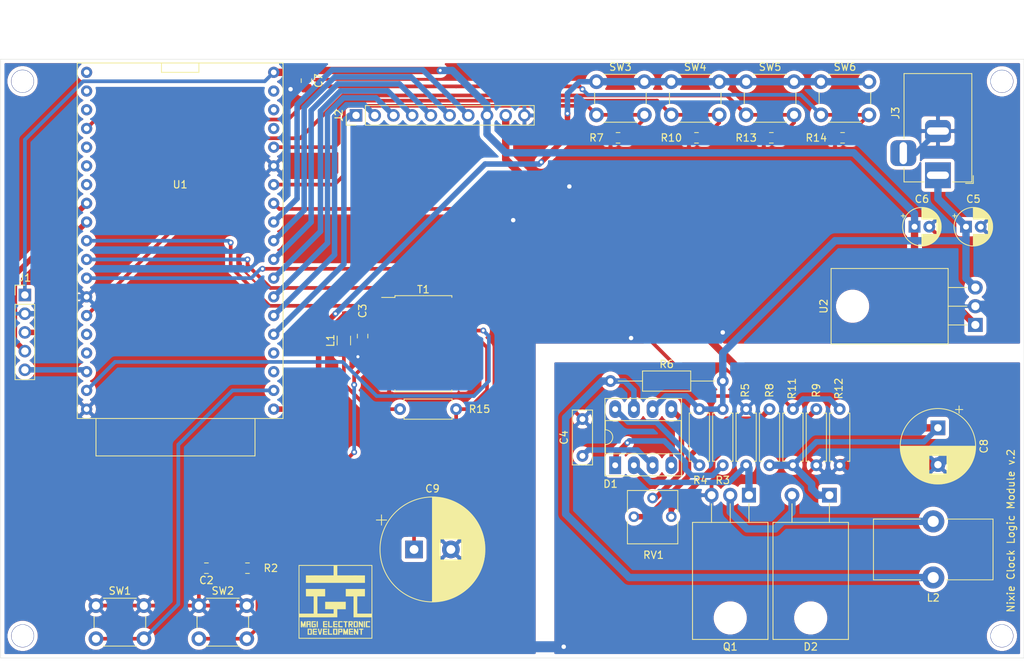
<source format=kicad_pcb>
(kicad_pcb (version 20171130) (host pcbnew "(5.1.6)-1")
  (layers (0 F.Cu signal) (31 B.Cu signal) (34 B.Paste user) (35 F.Paste user) (36 B.SilkS user) (37 F.SilkS user) (38 B.Mask user) (39 F.Mask user) (44 Edge.Cuts user))
  (net 0 "")
  (net 1 /EN)
  (net 2 GND)
  (net 3 /RTC_~RST)
  (net 4 "Net-(C3-Pad1)")
  (net 5 "Net-(C4-Pad1)")
  (net 6 +12V)
  (net 7 +5V)
  (net 8 HT)
  (net 9 "Net-(C9-Pad1)")
  (net 10 "Net-(D1-Pad1)")
  (net 11 "Net-(D1-Pad5)")
  (net 12 "Net-(D1-Pad2)")
  (net 13 "Net-(D1-Pad7)")
  (net 14 "Net-(D1-Pad8)")
  (net 15 "Net-(D2-Pad2)")
  (net 16 /TX)
  (net 17 /RX)
  (net 18 /1PPS)
  (net 19 /DRCLK)
  (net 20 /DCLK)
  (net 21 /DSER)
  (net 22 /SER)
  (net 23 /SRCLK)
  (net 24 /SRCLR)
  (net 25 /RCLK)
  (net 26 +3V3)
  (net 27 /SW_ACCEPT)
  (net 28 "Net-(R8-Pad1)")
  (net 29 "Net-(R9-Pad2)")
  (net 30 /SW_BACK)
  (net 31 /DCDC_Vol)
  (net 32 /SW_P)
  (net 33 /SW_N)
  (net 34 /SS)
  (net 35 "Net-(T1-Pad3)")
  (net 36 /~INT)
  (net 37 /MOSI)
  (net 38 /SCLK)
  (net 39 /MISO)
  (net 40 "Net-(U1-Pad3)")
  (net 41 "Net-(U1-Pad4)")
  (net 42 "Net-(U1-Pad16)")
  (net 43 "Net-(U1-Pad17)")
  (net 44 "Net-(U1-Pad18)")
  (net 45 "Net-(U1-Pad20)")
  (net 46 "Net-(U1-Pad21)")
  (net 47 "Net-(U1-Pad22)")
  (net 48 "Net-(U1-Pad24)")
  (net 49 "Net-(U1-Pad25)")
  (net 50 "Net-(U1-Pad26)")
  (net 51 "Net-(U1-Pad34)")
  (net 52 "Net-(U1-Pad35)")
  (module logo:Logo (layer F.Cu) (at 127.762 129.032)
    (fp_text reference G*** hide)
    (fp_text value LOGO hide)
  )
  (module Package_TO_SOT_THT:TO-220-3_Horizontal_TabDown (layer F.Cu) (at 183.896 114.554 180)
    (fp_text reference Q1 (at 2.54 -20.58) (layer F.SilkS))
    (fp_text value 2sk3234)
    (pad 3 thru_hole oval (at 5.08 0 180) (size 1.905 2) (drill 1.1) (layers *.Cu *.Mask) (net 2 GND))
    (pad 2 thru_hole oval (at 2.54 0 180) (size 1.905 2) (drill 1.1) (layers *.Cu *.Mask) (net 15 "Net-(D2-Pad2)"))
    (pad 1 thru_hole rect (at 0 0 180) (size 1.905 2) (drill 1.1) (layers *.Cu *.Mask) (net 12 "Net-(D1-Pad2)"))
    (pad "" np_thru_hole oval (at 2.54 -16.66 180) (size 3.5 3.5) (drill 3.5) (layers *.Cu *.Mask))
  )
  (module Package_TO_SOT_THT:TO-220-2_Horizontal_TabDown (layer F.Cu) (at 194.818 114.554 180)
    (fp_text reference D2 (at 2.54 -20.58) (layer F.SilkS))
    (fp_text value SCS206AGC)
    (pad 2 thru_hole oval (at 5.08 0 180) (size 2 2) (drill 1.1) (layers *.Cu *.Mask) (net 15 "Net-(D2-Pad2)"))
    (pad 1 thru_hole rect (at 0 0 180) (size 2 2) (drill 1.1) (layers *.Cu *.Mask) (net 8 HT))
    (pad "" np_thru_hole oval (at 2.54 -16.66 180) (size 3.5 3.5) (drill 3.5) (layers *.Cu *.Mask))
  )
  (module Capacitor_SMD:C_0805_2012Metric_Pad1.15x1.40mm_HandSolder (layer F.Cu) (at 110.245 124.46 180)
    (fp_text reference C2 (at 0 -1.65) (layer F.SilkS))
    (fp_text value 0.1uF)
    (pad 2 smd roundrect (at 1.025 0 180) (size 1.15 1.4) (layers F.Cu F.Paste F.Mask) (roundrect_rratio 0.217391) (net 2 GND))
    (pad 1 smd roundrect (at -1.025 0 180) (size 1.15 1.4) (layers F.Cu F.Paste F.Mask) (roundrect_rratio 0.217391) (net 3 /RTC_~RST))
  )
  (module Capacitor_SMD:C_0805_2012Metric_Pad1.15x1.40mm_HandSolder (layer F.Cu) (at 131.445 92.955 270)
    (fp_text reference C3 (at -3.42 0 90) (layer F.SilkS))
    (fp_text value 0.1uF)
    (pad 1 smd roundrect (at -1.025 0 270) (size 1.15 1.4) (layers F.Cu F.Paste F.Mask) (roundrect_rratio 0.217391) (net 4 "Net-(C3-Pad1)"))
    (pad 2 smd roundrect (at 1.025 0 270) (size 1.15 1.4) (layers F.Cu F.Paste F.Mask) (roundrect_rratio 0.217391) (net 2 GND))
  )
  (module Capacitor_THT:C_Rect_L7.2mm_W2.5mm_P5.00mm_FKS2_FKP2_MKS2_MKP2 (layer F.Cu) (at 161.29 109.22 90)
    (fp_text reference C4 (at 2.5 -2.5 90) (layer F.SilkS))
    (fp_text value 100p)
    (pad 1 thru_hole circle (at 0 0 90) (size 1.6 1.6) (drill 0.8) (layers *.Cu *.Mask) (net 5 "Net-(C4-Pad1)"))
    (pad 2 thru_hole circle (at 5 0 90) (size 1.6 1.6) (drill 0.8) (layers *.Cu *.Mask) (net 2 GND))
  )
  (module Capacitor_THT:CP_Radial_D5.0mm_P2.00mm (layer F.Cu) (at 213.36 78.105)
    (fp_text reference C5 (at 1 -3.75) (layer F.SilkS))
    (fp_text value 47uF)
    (pad 2 thru_hole circle (at 2 0) (size 1.6 1.6) (drill 0.8) (layers *.Cu *.Mask) (net 2 GND))
    (pad 1 thru_hole rect (at 0 0) (size 1.6 1.6) (drill 0.8) (layers *.Cu *.Mask) (net 6 +12V))
  )
  (module Capacitor_THT:CP_Radial_D5.0mm_P2.00mm (layer F.Cu) (at 206.375 78.105)
    (fp_text reference C6 (at 1 -3.75) (layer F.SilkS))
    (fp_text value 47uF)
    (pad 1 thru_hole rect (at 0 0) (size 1.6 1.6) (drill 0.8) (layers *.Cu *.Mask) (net 7 +5V))
    (pad 2 thru_hole circle (at 2 0) (size 1.6 1.6) (drill 0.8) (layers *.Cu *.Mask) (net 2 GND))
  )
  (module Capacitor_SMD:C_0805_2012Metric_Pad1.15x1.40mm_HandSolder (layer F.Cu) (at 123.825 58.2766 270)
    (fp_text reference C7 (at 0 -1.65 90) (layer F.SilkS))
    (fp_text value 0.1uF)
    (pad 2 smd roundrect (at 1.025 0 270) (size 1.15 1.4) (layers F.Cu F.Paste F.Mask) (roundrect_rratio 0.217391) (net 2 GND))
    (pad 1 smd roundrect (at -1.025 0 270) (size 1.15 1.4) (layers F.Cu F.Paste F.Mask) (roundrect_rratio 0.217391) (net 7 +5V))
  )
  (module Capacitor_THT:CP_Radial_D10.0mm_P5.00mm (layer F.Cu) (at 209.55 105.41 270)
    (fp_text reference C8 (at 2.5 -6.25 90) (layer F.SilkS))
    (fp_text value 4.7uF/250-350V)
    (pad 1 thru_hole rect (at 0 0 270) (size 2 2) (drill 1) (layers *.Cu *.Mask) (net 8 HT))
    (pad 2 thru_hole circle (at 5 0 270) (size 2 2) (drill 1) (layers *.Cu *.Mask) (net 2 GND))
  )
  (module Capacitor_THT:CP_Radial_D14.0mm_P5.00mm (layer F.Cu) (at 138.43 121.92)
    (fp_text reference C9 (at 2.5 -8.25) (layer F.SilkS))
    (fp_text value CP)
    (pad 1 thru_hole rect (at 0 0) (size 2.4 2.4) (drill 1.2) (layers *.Cu *.Mask) (net 9 "Net-(C9-Pad1)"))
    (pad 2 thru_hole circle (at 5 0) (size 2.4 2.4) (drill 1.2) (layers *.Cu *.Mask) (net 2 GND))
  )
  (module Package_DIP:DIP-8_W7.62mm_Socket_LongPads (layer F.Cu) (at 165.735 110.49 90)
    (fp_text reference D1 (at -2.54 -0.635 180) (layer F.SilkS))
    (fp_text value NJM2360A_2)
    (pad 1 thru_hole rect (at 0 0 90) (size 2.4 1.6) (drill 0.8) (layers *.Cu *.Mask) (net 10 "Net-(D1-Pad1)"))
    (pad 5 thru_hole oval (at 7.62 7.62 90) (size 2.4 1.6) (drill 0.8) (layers *.Cu *.Mask) (net 11 "Net-(D1-Pad5)"))
    (pad 2 thru_hole oval (at 0 2.54 90) (size 2.4 1.6) (drill 0.8) (layers *.Cu *.Mask) (net 12 "Net-(D1-Pad2)"))
    (pad 6 thru_hole oval (at 7.62 5.08 90) (size 2.4 1.6) (drill 0.8) (layers *.Cu *.Mask) (net 6 +12V))
    (pad 3 thru_hole oval (at 0 5.08 90) (size 2.4 1.6) (drill 0.8) (layers *.Cu *.Mask) (net 5 "Net-(C4-Pad1)"))
    (pad 7 thru_hole oval (at 7.62 2.54 90) (size 2.4 1.6) (drill 0.8) (layers *.Cu *.Mask) (net 13 "Net-(D1-Pad7)"))
    (pad 4 thru_hole oval (at 0 7.62 90) (size 2.4 1.6) (drill 0.8) (layers *.Cu *.Mask) (net 2 GND))
    (pad 8 thru_hole oval (at 7.62 0 90) (size 2.4 1.6) (drill 0.8) (layers *.Cu *.Mask) (net 14 "Net-(D1-Pad8)"))
  )
  (module Connector_PinHeader_2.54mm:PinHeader_1x05_P2.54mm_Vertical (layer F.Cu) (at 85.598 87.376)
    (fp_text reference J1 (at 0 -2.33) (layer F.SilkS))
    (fp_text value GPS)
    (pad 1 thru_hole rect (at 0 0) (size 1.7 1.7) (drill 1) (layers *.Cu *.Mask) (net 7 +5V))
    (pad 2 thru_hole oval (at 0 2.54) (size 1.7 1.7) (drill 1) (layers *.Cu *.Mask) (net 2 GND))
    (pad 3 thru_hole oval (at 0 5.08) (size 1.7 1.7) (drill 1) (layers *.Cu *.Mask) (net 16 /TX))
    (pad 4 thru_hole oval (at 0 7.62) (size 1.7 1.7) (drill 1) (layers *.Cu *.Mask) (net 17 /RX))
    (pad 5 thru_hole oval (at 0 10.16) (size 1.7 1.7) (drill 1) (layers *.Cu *.Mask) (net 18 /1PPS))
  )
  (module Connector_PinHeader_2.54mm:PinHeader_1x10_P2.54mm_Vertical (layer F.Cu) (at 130.556 62.992 90)
    (fp_text reference J2 (at 0 -2.33 90) (layer F.SilkS))
    (fp_text value Conn_01x10_Female)
    (pad 1 thru_hole rect (at 0 0 90) (size 1.7 1.7) (drill 1) (layers *.Cu *.Mask) (net 19 /DRCLK))
    (pad 2 thru_hole oval (at 0 2.54 90) (size 1.7 1.7) (drill 1) (layers *.Cu *.Mask) (net 20 /DCLK))
    (pad 3 thru_hole oval (at 0 5.08 90) (size 1.7 1.7) (drill 1) (layers *.Cu *.Mask) (net 21 /DSER))
    (pad 4 thru_hole oval (at 0 7.62 90) (size 1.7 1.7) (drill 1) (layers *.Cu *.Mask) (net 22 /SER))
    (pad 5 thru_hole oval (at 0 10.16 90) (size 1.7 1.7) (drill 1) (layers *.Cu *.Mask) (net 23 /SRCLK))
    (pad 6 thru_hole oval (at 0 12.7 90) (size 1.7 1.7) (drill 1) (layers *.Cu *.Mask) (net 24 /SRCLR))
    (pad 7 thru_hole oval (at 0 15.24 90) (size 1.7 1.7) (drill 1) (layers *.Cu *.Mask) (net 25 /RCLK))
    (pad 8 thru_hole oval (at 0 17.78 90) (size 1.7 1.7) (drill 1) (layers *.Cu *.Mask) (net 7 +5V))
    (pad 9 thru_hole oval (at 0 20.32 90) (size 1.7 1.7) (drill 1) (layers *.Cu *.Mask) (net 8 HT))
    (pad 10 thru_hole oval (at 0 22.86 90) (size 1.7 1.7) (drill 1) (layers *.Cu *.Mask) (net 2 GND))
  )
  (module Connector_BarrelJack:BarrelJack_Horizontal (layer F.Cu) (at 209.55 71.12 270)
    (fp_text reference J3 (at -8.45 5.75 90) (layer F.SilkS))
    (fp_text value Barrel_Jack)
    (pad 1 thru_hole rect (at 0 0 270) (size 3.5 3.5) (drill oval 1 3) (layers *.Cu *.Mask) (net 6 +12V))
    (pad 2 thru_hole roundrect (at -6 0 270) (size 3 3.5) (drill oval 1 3) (layers *.Cu *.Mask) (net 2 GND))
    (pad 3 thru_hole roundrect (at -3 4.7 270) (size 3.5 3.5) (drill oval 3 1) (layers *.Cu *.Mask))
  )
  (module Inductor_SMD:L_1206_3216Metric_Pad1.42x1.75mm_HandSolder (layer F.Cu) (at 128.905 93.5625 90)
    (fp_text reference L1 (at 0 -1.82 90) (layer F.SilkS))
    (fp_text value 10u)
    (pad 1 smd roundrect (at -1.4875 0 90) (size 1.425 1.75) (layers F.Cu F.Paste F.Mask) (roundrect_rratio 0.175439) (net 26 +3V3))
    (pad 2 smd roundrect (at 1.4875 0 90) (size 1.425 1.75) (layers F.Cu F.Paste F.Mask) (roundrect_rratio 0.175439) (net 4 "Net-(C3-Pad1)"))
  )
  (module Inductor_THT:L_Toroid_Vertical_L16.0mm_W8.0mm_P7.62mm (layer F.Cu) (at 208.915 125.73 180)
    (fp_text reference L2 (at 0 -2.75) (layer F.SilkS))
    (fp_text value 220uH/2A)
    (pad 1 thru_hole circle (at 0 0 180) (size 3 3) (drill 1.5) (layers *.Cu *.Mask) (net 13 "Net-(D1-Pad7)"))
    (pad 2 thru_hole circle (at 0 7.62 180) (size 3 3) (drill 1.5) (layers *.Cu *.Mask) (net 15 "Net-(D2-Pad2)"))
  )
  (module Resistor_SMD:R_0805_2012Metric_Pad1.15x1.40mm_HandSolder (layer F.Cu) (at 115.815 124.46)
    (fp_text reference R2 (at 3.175 0) (layer F.SilkS))
    (fp_text value 10k)
    (pad 2 smd roundrect (at 1.025 0) (size 1.15 1.4) (layers F.Cu F.Paste F.Mask) (roundrect_rratio 0.217391) (net 26 +3V3))
    (pad 1 smd roundrect (at -1.025 0) (size 1.15 1.4) (layers F.Cu F.Paste F.Mask) (roundrect_rratio 0.217391) (net 3 /RTC_~RST))
  )
  (module Resistor_THT:R_Axial_DIN0207_L6.3mm_D2.5mm_P7.62mm_Horizontal (layer F.Cu) (at 180.34 110.49 90)
    (fp_text reference R3 (at -2.032 0 180) (layer F.SilkS))
    (fp_text value 100)
    (pad 2 thru_hole oval (at 7.62 0 90) (size 1.6 1.6) (drill 0.8) (layers *.Cu *.Mask) (net 6 +12V))
    (pad 1 thru_hole circle (at 0 0 90) (size 1.6 1.6) (drill 0.8) (layers *.Cu *.Mask) (net 10 "Net-(D1-Pad1)"))
  )
  (module Resistor_THT:R_Axial_DIN0207_L6.3mm_D2.5mm_P7.62mm_Horizontal (layer F.Cu) (at 177.165 110.49 90)
    (fp_text reference R4 (at -2.032 0.127 180) (layer F.SilkS))
    (fp_text value 680)
    (pad 2 thru_hole oval (at 7.62 0 90) (size 1.6 1.6) (drill 0.8) (layers *.Cu *.Mask) (net 6 +12V))
    (pad 1 thru_hole circle (at 0 0 90) (size 1.6 1.6) (drill 0.8) (layers *.Cu *.Mask) (net 14 "Net-(D1-Pad8)"))
  )
  (module Resistor_THT:R_Axial_DIN0207_L6.3mm_D2.5mm_P7.62mm_Horizontal (layer F.Cu) (at 183.515 102.87 270)
    (fp_text reference R5 (at -2.54 0.127 90) (layer F.SilkS))
    (fp_text value 220)
    (pad 2 thru_hole oval (at 7.62 0 270) (size 1.6 1.6) (drill 0.8) (layers *.Cu *.Mask) (net 12 "Net-(D1-Pad2)"))
    (pad 1 thru_hole circle (at 0 0 270) (size 1.6 1.6) (drill 0.8) (layers *.Cu *.Mask) (net 2 GND))
  )
  (module Resistor_THT:R_Axial_DIN0207_L6.3mm_D2.5mm_P15.24mm_Horizontal (layer F.Cu) (at 180.34 99.06 180)
    (fp_text reference R6 (at 7.62 2.286) (layer F.SilkS))
    (fp_text value 0.1)
    (pad 1 thru_hole circle (at 0 0 180) (size 1.6 1.6) (drill 0.8) (layers *.Cu *.Mask) (net 6 +12V))
    (pad 2 thru_hole oval (at 15.24 0 180) (size 1.6 1.6) (drill 0.8) (layers *.Cu *.Mask) (net 13 "Net-(D1-Pad7)"))
  )
  (module Resistor_SMD:R_0805_2012Metric_Pad1.15x1.40mm_HandSolder (layer F.Cu) (at 166.125 66.04)
    (fp_text reference R7 (at -2.93 0) (layer F.SilkS))
    (fp_text value 10k)
    (pad 2 smd roundrect (at 1.025 0) (size 1.15 1.4) (layers F.Cu F.Paste F.Mask) (roundrect_rratio 0.217391) (net 27 /SW_ACCEPT))
    (pad 1 smd roundrect (at -1.025 0) (size 1.15 1.4) (layers F.Cu F.Paste F.Mask) (roundrect_rratio 0.217391) (net 2 GND))
  )
  (module Resistor_THT:R_Axial_DIN0207_L6.3mm_D2.5mm_P7.62mm_Horizontal (layer F.Cu) (at 186.69 102.87 270)
    (fp_text reference R8 (at -2.54 0 90) (layer F.SilkS))
    (fp_text value 470k)
    (pad 1 thru_hole circle (at 0 0 270) (size 1.6 1.6) (drill 0.8) (layers *.Cu *.Mask) (net 28 "Net-(R8-Pad1)"))
    (pad 2 thru_hole oval (at 7.62 0 270) (size 1.6 1.6) (drill 0.8) (layers *.Cu *.Mask) (net 8 HT))
  )
  (module Resistor_THT:R_Axial_DIN0207_L6.3mm_D2.5mm_P7.62mm_Horizontal (layer F.Cu) (at 193.04 110.49 90)
    (fp_text reference R9 (at 10.16 0 90) (layer F.SilkS))
    (fp_text value 2.2k)
    (pad 1 thru_hole circle (at 0 0 90) (size 1.6 1.6) (drill 0.8) (layers *.Cu *.Mask) (net 2 GND))
    (pad 2 thru_hole oval (at 7.62 0 90) (size 1.6 1.6) (drill 0.8) (layers *.Cu *.Mask) (net 29 "Net-(R9-Pad2)"))
  )
  (module Resistor_SMD:R_0805_2012Metric_Pad1.15x1.40mm_HandSolder (layer F.Cu) (at 176.775 66.04)
    (fp_text reference R10 (at -3.42 0) (layer F.SilkS))
    (fp_text value 10k)
    (pad 1 smd roundrect (at -1.025 0) (size 1.15 1.4) (layers F.Cu F.Paste F.Mask) (roundrect_rratio 0.217391) (net 2 GND))
    (pad 2 smd roundrect (at 1.025 0) (size 1.15 1.4) (layers F.Cu F.Paste F.Mask) (roundrect_rratio 0.217391) (net 30 /SW_BACK))
  )
  (module Resistor_THT:R_Axial_DIN0207_L6.3mm_D2.5mm_P7.62mm_Horizontal (layer F.Cu) (at 189.865 102.87 270)
    (fp_text reference R11 (at -2.794 0.127 90) (layer F.SilkS))
    (fp_text value 470k)
    (pad 1 thru_hole circle (at 0 0 270) (size 1.6 1.6) (drill 0.8) (layers *.Cu *.Mask) (net 31 /DCDC_Vol))
    (pad 2 thru_hole oval (at 7.62 0 270) (size 1.6 1.6) (drill 0.8) (layers *.Cu *.Mask) (net 8 HT))
  )
  (module Resistor_THT:R_Axial_DIN0207_L6.3mm_D2.5mm_P7.62mm_Horizontal (layer F.Cu) (at 196.215 110.49 90)
    (fp_text reference R12 (at 10.414 -0.127 90) (layer F.SilkS))
    (fp_text value 7k)
    (pad 1 thru_hole circle (at 0 0 90) (size 1.6 1.6) (drill 0.8) (layers *.Cu *.Mask) (net 2 GND))
    (pad 2 thru_hole oval (at 7.62 0 90) (size 1.6 1.6) (drill 0.8) (layers *.Cu *.Mask) (net 31 /DCDC_Vol))
  )
  (module Resistor_SMD:R_0805_2012Metric_Pad1.15x1.40mm_HandSolder (layer F.Cu) (at 186.935 66.04)
    (fp_text reference R13 (at -3.42 0) (layer F.SilkS))
    (fp_text value 10k)
    (pad 2 smd roundrect (at 1.025 0) (size 1.15 1.4) (layers F.Cu F.Paste F.Mask) (roundrect_rratio 0.217391) (net 32 /SW_P))
    (pad 1 smd roundrect (at -1.025 0) (size 1.15 1.4) (layers F.Cu F.Paste F.Mask) (roundrect_rratio 0.217391) (net 2 GND))
  )
  (module Resistor_SMD:R_0805_2012Metric_Pad1.15x1.40mm_HandSolder (layer F.Cu) (at 196.605 66.04)
    (fp_text reference R14 (at -3.565 0) (layer F.SilkS))
    (fp_text value 10k)
    (pad 1 smd roundrect (at -1.025 0) (size 1.15 1.4) (layers F.Cu F.Paste F.Mask) (roundrect_rratio 0.217391) (net 2 GND))
    (pad 2 smd roundrect (at 1.025 0) (size 1.15 1.4) (layers F.Cu F.Paste F.Mask) (roundrect_rratio 0.217391) (net 33 /SW_N))
  )
  (module Resistor_THT:R_Axial_DIN0207_L6.3mm_D2.5mm_P7.62mm_Horizontal (layer F.Cu) (at 136.525 102.87)
    (fp_text reference R15 (at 10.795 0) (layer F.SilkS))
    (fp_text value 33)
    (pad 2 thru_hole oval (at 7.62 0) (size 1.6 1.6) (drill 0.8) (layers *.Cu *.Mask) (net 9 "Net-(C9-Pad1)"))
    (pad 1 thru_hole circle (at 0 0) (size 1.6 1.6) (drill 0.8) (layers *.Cu *.Mask) (net 26 +3V3))
  )
  (module Potentiometer_THT:Potentiometer_Vishay_T73YP_Vertical (layer F.Cu) (at 173.355 117.475 90)
    (fp_text reference RV1 (at -5.207 -2.413 180) (layer F.SilkS))
    (fp_text value 5k)
    (pad 3 thru_hole circle (at 0 -5.08 90) (size 1.44 1.44) (drill 0.8) (layers *.Cu *.Mask) (net 28 "Net-(R8-Pad1)"))
    (pad 2 thru_hole circle (at 2.54 -2.54 90) (size 1.44 1.44) (drill 0.8) (layers *.Cu *.Mask) (net 11 "Net-(D1-Pad5)"))
    (pad 1 thru_hole circle (at 0 0 90) (size 1.44 1.44) (drill 0.8) (layers *.Cu *.Mask) (net 29 "Net-(R9-Pad2)"))
  )
  (module Button_Switch_THT:SW_PUSH_6mm (layer F.Cu) (at 95.25 129.54)
    (fp_text reference SW1 (at 3.25 -2) (layer F.SilkS))
    (fp_text value SW_Push)
    (pad 1 thru_hole circle (at 6.5 0 90) (size 2 2) (drill 1.1) (layers *.Cu *.Mask) (net 2 GND))
    (pad 2 thru_hole circle (at 6.5 4.5 90) (size 2 2) (drill 1.1) (layers *.Cu *.Mask) (net 1 /EN))
    (pad 1 thru_hole circle (at 0 0 90) (size 2 2) (drill 1.1) (layers *.Cu *.Mask) (net 2 GND))
    (pad 2 thru_hole circle (at 0 4.5 90) (size 2 2) (drill 1.1) (layers *.Cu *.Mask) (net 1 /EN))
  )
  (module Button_Switch_THT:SW_PUSH_6mm (layer F.Cu) (at 109.22 129.54)
    (fp_text reference SW2 (at 3.25 -2) (layer F.SilkS))
    (fp_text value SW_Push)
    (pad 2 thru_hole circle (at 0 4.5 90) (size 2 2) (drill 1.1) (layers *.Cu *.Mask) (net 3 /RTC_~RST))
    (pad 1 thru_hole circle (at 0 0 90) (size 2 2) (drill 1.1) (layers *.Cu *.Mask) (net 2 GND))
    (pad 2 thru_hole circle (at 6.5 4.5 90) (size 2 2) (drill 1.1) (layers *.Cu *.Mask) (net 3 /RTC_~RST))
    (pad 1 thru_hole circle (at 6.5 0 90) (size 2 2) (drill 1.1) (layers *.Cu *.Mask) (net 2 GND))
  )
  (module Button_Switch_THT:SW_PUSH_6mm (layer F.Cu) (at 163.195 58.42)
    (fp_text reference SW3 (at 3.25 -2) (layer F.SilkS))
    (fp_text value SW)
    (pad 1 thru_hole circle (at 6.5 0 90) (size 2 2) (drill 1.1) (layers *.Cu *.Mask) (net 26 +3V3))
    (pad 2 thru_hole circle (at 6.5 4.5 90) (size 2 2) (drill 1.1) (layers *.Cu *.Mask) (net 27 /SW_ACCEPT))
    (pad 1 thru_hole circle (at 0 0 90) (size 2 2) (drill 1.1) (layers *.Cu *.Mask) (net 26 +3V3))
    (pad 2 thru_hole circle (at 0 4.5 90) (size 2 2) (drill 1.1) (layers *.Cu *.Mask) (net 27 /SW_ACCEPT))
  )
  (module Button_Switch_THT:SW_PUSH_6mm (layer F.Cu) (at 173.355 58.42)
    (fp_text reference SW4 (at 3.25 -2) (layer F.SilkS))
    (fp_text value SW)
    (pad 2 thru_hole circle (at 0 4.5 90) (size 2 2) (drill 1.1) (layers *.Cu *.Mask) (net 30 /SW_BACK))
    (pad 1 thru_hole circle (at 0 0 90) (size 2 2) (drill 1.1) (layers *.Cu *.Mask) (net 26 +3V3))
    (pad 2 thru_hole circle (at 6.5 4.5 90) (size 2 2) (drill 1.1) (layers *.Cu *.Mask) (net 30 /SW_BACK))
    (pad 1 thru_hole circle (at 6.5 0 90) (size 2 2) (drill 1.1) (layers *.Cu *.Mask) (net 26 +3V3))
  )
  (module Button_Switch_THT:SW_PUSH_6mm (layer F.Cu) (at 183.515 58.42)
    (fp_text reference SW5 (at 3.25 -2) (layer F.SilkS))
    (fp_text value SW)
    (pad 1 thru_hole circle (at 6.5 0 90) (size 2 2) (drill 1.1) (layers *.Cu *.Mask) (net 26 +3V3))
    (pad 2 thru_hole circle (at 6.5 4.5 90) (size 2 2) (drill 1.1) (layers *.Cu *.Mask) (net 32 /SW_P))
    (pad 1 thru_hole circle (at 0 0 90) (size 2 2) (drill 1.1) (layers *.Cu *.Mask) (net 26 +3V3))
    (pad 2 thru_hole circle (at 0 4.5 90) (size 2 2) (drill 1.1) (layers *.Cu *.Mask) (net 32 /SW_P))
  )
  (module Button_Switch_THT:SW_PUSH_6mm (layer F.Cu) (at 193.675 58.42)
    (fp_text reference SW6 (at 3.25 -2) (layer F.SilkS))
    (fp_text value SW)
    (pad 2 thru_hole circle (at 0 4.5 90) (size 2 2) (drill 1.1) (layers *.Cu *.Mask) (net 33 /SW_N))
    (pad 1 thru_hole circle (at 0 0 90) (size 2 2) (drill 1.1) (layers *.Cu *.Mask) (net 26 +3V3))
    (pad 2 thru_hole circle (at 6.5 4.5 90) (size 2 2) (drill 1.1) (layers *.Cu *.Mask) (net 33 /SW_N))
    (pad 1 thru_hole circle (at 6.5 0 90) (size 2 2) (drill 1.1) (layers *.Cu *.Mask) (net 26 +3V3))
  )
  (module Package_SO:SOIC-20W_7.5x12.8mm_P1.27mm (layer F.Cu) (at 139.7 93.98)
    (fp_text reference T1 (at 0 -7.35) (layer F.SilkS))
    (fp_text value DS3234S)
    (pad 1 smd roundrect (at -4.65 -5.715) (size 2.05 0.6) (layers F.Cu F.Paste F.Mask) (net 34 /SS))
    (pad 2 smd roundrect (at -4.65 -4.445) (size 2.05 0.6) (layers F.Cu F.Paste F.Mask) (net 2 GND))
    (pad 3 smd roundrect (at -4.65 -3.175) (size 2.05 0.6) (layers F.Cu F.Paste F.Mask) (net 35 "Net-(T1-Pad3)"))
    (pad 4 smd roundrect (at -4.65 -1.905) (size 2.05 0.6) (layers F.Cu F.Paste F.Mask) (net 4 "Net-(C3-Pad1)"))
    (pad 5 smd roundrect (at -4.65 -0.635) (size 2.05 0.6) (layers F.Cu F.Paste F.Mask) (net 36 /~INT))
    (pad 6 smd roundrect (at -4.65 0.635) (size 2.05 0.6) (layers F.Cu F.Paste F.Mask) (net 3 /RTC_~RST))
    (pad 7 smd roundrect (at -4.65 1.905) (size 2.05 0.6) (layers F.Cu F.Paste F.Mask) (net 2 GND))
    (pad 8 smd roundrect (at -4.65 3.175) (size 2.05 0.6) (layers F.Cu F.Paste F.Mask) (net 2 GND))
    (pad 9 smd roundrect (at -4.65 4.445) (size 2.05 0.6) (layers F.Cu F.Paste F.Mask) (net 2 GND))
    (pad 10 smd roundrect (at -4.65 5.715) (size 2.05 0.6) (layers F.Cu F.Paste F.Mask) (net 2 GND))
    (pad 11 smd roundrect (at 4.65 5.715) (size 2.05 0.6) (layers F.Cu F.Paste F.Mask) (net 2 GND))
    (pad 12 smd roundrect (at 4.65 4.445) (size 2.05 0.6) (layers F.Cu F.Paste F.Mask) (net 2 GND))
    (pad 13 smd roundrect (at 4.65 3.175) (size 2.05 0.6) (layers F.Cu F.Paste F.Mask) (net 2 GND))
    (pad 14 smd roundrect (at 4.65 1.905) (size 2.05 0.6) (layers F.Cu F.Paste F.Mask) (net 2 GND))
    (pad 15 smd roundrect (at 4.65 0.635) (size 2.05 0.6) (layers F.Cu F.Paste F.Mask) (net 2 GND))
    (pad 16 smd roundrect (at 4.65 -0.635) (size 2.05 0.6) (layers F.Cu F.Paste F.Mask) (net 9 "Net-(C9-Pad1)"))
    (pad 17 smd roundrect (at 4.65 -1.905) (size 2.05 0.6) (layers F.Cu F.Paste F.Mask) (net 37 /MOSI))
    (pad 18 smd roundrect (at 4.65 -3.175) (size 2.05 0.6) (layers F.Cu F.Paste F.Mask) (net 38 /SCLK))
    (pad 19 smd roundrect (at 4.65 -4.445) (size 2.05 0.6) (layers F.Cu F.Paste F.Mask) (net 39 /MISO))
    (pad 20 smd roundrect (at 4.65 -5.715) (size 2.05 0.6) (layers F.Cu F.Paste F.Mask) (net 38 /SCLK))
  )
  (module nixieLogicV2:espWroom32devKit-C (layer F.Cu) (at 106.68 90.17 180)
    (fp_text reference U1 (at 0 17.78) (layer F.SilkS))
    (fp_text value ESP32-DEVKITC-32D)
    (pad 1 thru_hole circle (at -12.7 -12.7 180) (size 1.524 1.524) (drill 0.762) (layers *.Cu *.Mask) (net 26 +3V3))
    (pad 2 thru_hole circle (at -12.7 -10.16 180) (size 1.524 1.524) (drill 0.762) (layers *.Cu *.Mask) (net 1 /EN))
    (pad 3 thru_hole circle (at -12.7 -7.62 180) (size 1.524 1.524) (drill 0.762) (layers *.Cu *.Mask) (net 40 "Net-(U1-Pad3)"))
    (pad 4 thru_hole circle (at -12.7 -5.08 180) (size 1.524 1.524) (drill 0.762) (layers *.Cu *.Mask) (net 41 "Net-(U1-Pad4)"))
    (pad 5 thru_hole circle (at -12.7 -2.54 180) (size 1.524 1.524) (drill 0.762) (layers *.Cu *.Mask) (net 19 /DRCLK))
    (pad 6 thru_hole circle (at -12.7 0 180) (size 1.524 1.524) (drill 0.762) (layers *.Cu *.Mask) (net 20 /DCLK))
    (pad 7 thru_hole circle (at -12.7 2.54 180) (size 1.524 1.524) (drill 0.762) (layers *.Cu *.Mask) (net 21 /DSER))
    (pad 8 thru_hole circle (at -12.7 5.08 180) (size 1.524 1.524) (drill 0.762) (layers *.Cu *.Mask) (net 22 /SER))
    (pad 9 thru_hole circle (at -12.7 7.62 180) (size 1.524 1.524) (drill 0.762) (layers *.Cu *.Mask) (net 23 /SRCLK))
    (pad 10 thru_hole circle (at -12.7 10.16 180) (size 1.524 1.524) (drill 0.762) (layers *.Cu *.Mask) (net 24 /SRCLR))
    (pad 11 thru_hole circle (at -12.7 12.7 180) (size 1.524 1.524) (drill 0.762) (layers *.Cu *.Mask) (net 25 /RCLK))
    (pad 12 thru_hole circle (at -12.7 15.24 180) (size 1.524 1.524) (drill 0.762) (layers *.Cu *.Mask) (net 31 /DCDC_Vol))
    (pad 13 thru_hole circle (at -12.7 17.78 180) (size 1.524 1.524) (drill 0.762) (layers *.Cu *.Mask) (net 27 /SW_ACCEPT))
    (pad 14 thru_hole circle (at -12.7 20.32 180) (size 1.524 1.524) (drill 0.762) (layers *.Cu *.Mask) (net 2 GND))
    (pad 15 thru_hole circle (at -12.7 22.86 180) (size 1.524 1.524) (drill 0.762) (layers *.Cu *.Mask) (net 30 /SW_BACK))
    (pad 16 thru_hole circle (at -12.7 25.4 180) (size 1.524 1.524) (drill 0.762) (layers *.Cu *.Mask) (net 42 "Net-(U1-Pad16)"))
    (pad 17 thru_hole circle (at -12.7 27.94 180) (size 1.524 1.524) (drill 0.762) (layers *.Cu *.Mask) (net 43 "Net-(U1-Pad17)"))
    (pad 18 thru_hole circle (at -12.7 30.48 180) (size 1.524 1.524) (drill 0.762) (layers *.Cu *.Mask) (net 44 "Net-(U1-Pad18)"))
    (pad 19 thru_hole circle (at -12.7 33.02 180) (size 1.524 1.524) (drill 0.762) (layers *.Cu *.Mask) (net 7 +5V))
    (pad 20 thru_hole circle (at 12.7 33.02 180) (size 1.524 1.524) (drill 0.762) (layers *.Cu *.Mask) (net 45 "Net-(U1-Pad20)"))
    (pad 21 thru_hole circle (at 12.7 30.48 180) (size 1.524 1.524) (drill 0.762) (layers *.Cu *.Mask) (net 46 "Net-(U1-Pad21)"))
    (pad 22 thru_hole circle (at 12.7 27.94 180) (size 1.524 1.524) (drill 0.762) (layers *.Cu *.Mask) (net 47 "Net-(U1-Pad22)"))
    (pad 23 thru_hole circle (at 12.7 25.4 180) (size 1.524 1.524) (drill 0.762) (layers *.Cu *.Mask) (net 33 /SW_N))
    (pad 24 thru_hole circle (at 12.7 22.86 180) (size 1.524 1.524) (drill 0.762) (layers *.Cu *.Mask) (net 48 "Net-(U1-Pad24)"))
    (pad 25 thru_hole circle (at 12.7 20.32 180) (size 1.524 1.524) (drill 0.762) (layers *.Cu *.Mask) (net 49 "Net-(U1-Pad25)"))
    (pad 26 thru_hole circle (at 12.7 17.78 180) (size 1.524 1.524) (drill 0.762) (layers *.Cu *.Mask) (net 50 "Net-(U1-Pad26)"))
    (pad 27 thru_hole circle (at 12.7 15.24 180) (size 1.524 1.524) (drill 0.762) (layers *.Cu *.Mask) (net 17 /RX))
    (pad 28 thru_hole circle (at 12.7 12.7 180) (size 1.524 1.524) (drill 0.762) (layers *.Cu *.Mask) (net 16 /TX))
    (pad 29 thru_hole circle (at 12.7 10.16 180) (size 1.524 1.524) (drill 0.762) (layers *.Cu *.Mask) (net 34 /SS))
    (pad 30 thru_hole circle (at 12.7 7.62 180) (size 1.524 1.524) (drill 0.762) (layers *.Cu *.Mask) (net 38 /SCLK))
    (pad 31 thru_hole circle (at 12.7 5.08 180) (size 1.524 1.524) (drill 0.762) (layers *.Cu *.Mask) (net 39 /MISO))
    (pad 32 thru_hole circle (at 12.7 2.54 180) (size 1.524 1.524) (drill 0.762) (layers *.Cu *.Mask) (net 2 GND))
    (pad 33 thru_hole circle (at 12.7 0 180) (size 1.524 1.524) (drill 0.762) (layers *.Cu *.Mask) (net 32 /SW_P))
    (pad 34 thru_hole circle (at 12.7 -2.54 180) (size 1.524 1.524) (drill 0.762) (layers *.Cu *.Mask) (net 51 "Net-(U1-Pad34)"))
    (pad 35 thru_hole circle (at 12.7 -5.08 180) (size 1.524 1.524) (drill 0.762) (layers *.Cu *.Mask) (net 52 "Net-(U1-Pad35)"))
    (pad 36 thru_hole circle (at 12.7 -7.62 180) (size 1.524 1.524) (drill 0.762) (layers *.Cu *.Mask) (net 18 /1PPS))
    (pad 37 thru_hole circle (at 12.7 -10.16 180) (size 1.524 1.524) (drill 0.762) (layers *.Cu *.Mask) (net 37 /MOSI))
    (pad 38 thru_hole circle (at 12.7 -12.7 180) (size 1.524 1.524) (drill 0.762) (layers *.Cu *.Mask) (net 2 GND))
  )
  (module Package_TO_SOT_THT:TO-220-3_Horizontal_TabDown (layer F.Cu) (at 214.63 91.44 90)
    (fp_text reference U2 (at 2.54 -20.58 90) (layer F.SilkS))
    (fp_text value L78L05_TO92)
    (pad "" np_thru_hole oval (at 2.54 -16.66 90) (size 3.5 3.5) (drill 3.5) (layers *.Cu *.Mask))
    (pad 1 thru_hole rect (at 0 0 90) (size 1.905 2) (drill 1.1) (layers *.Cu *.Mask) (net 7 +5V))
    (pad 2 thru_hole oval (at 2.54 0 90) (size 1.905 2) (drill 1.1) (layers *.Cu *.Mask) (net 2 GND))
    (pad 3 thru_hole oval (at 5.08 0 90) (size 1.905 2) (drill 1.1) (layers *.Cu *.Mask) (net 6 +12V))
  )
  (gr_text "Nixie Clock Logic Module v.2" (at 219.456 119.38 90) (layer F.SilkS) (effects (font (size 1 1))))
  (gr_line (start 221.234 136.652) (end 82.296 136.652) (layer Edge.Cuts) (width 0.05))
  (gr_line (start 221.234 136.652) (end 221.234 55.372) (layer Edge.Cuts) (width 0.05))
  (gr_line (start 82.296 55.372) (end 82.296 136.652) (layer Edge.Cuts) (width 0.05))
  (gr_line (start 82.296 55.372) (end 221.234 55.372) (layer Edge.Cuts) (width 0.05))
  (via (at 85.2805 58.3565) (size 3.1) (drill 3) (layers F.Cu B.Cu) (net 0))
  (via (at 85.2932 133.6548) (size 3.1) (drill 3) (layers F.Cu B.Cu) (net 0))
  (via (at 218.2368 133.6548) (size 3.1) (drill 3) (layers F.Cu B.Cu) (net 0))
  (via (at 218.2368 58.3692) (size 3.1) (drill 3) (layers F.Cu B.Cu) (net 0))
  (segment (start 153.924 135.128) (end 158.75 135.128) (width 1.5) (layer B.Cu) (net 2))
  (segment (start 158.75 135.128) (end 159.258 135.128) (width 1.5) (layer B.Cu) (net 2))
  (via (at 158.75 135.128) (size 1) (drill 0.6) (layers F.Cu B.Cu) (net 2))
  (segment (start 95.25 134.04) (end 101.75 134.04) (width 0.5) (layer F.Cu) (net 1))
  (segment (start 101.75 134.04) (end 106.426 129.364) (width 0.5) (layer B.Cu) (net 1))
  (segment (start 106.426 129.364) (end 106.426 107.696) (width 0.5) (layer B.Cu) (net 1))
  (segment (start 113.792 100.33) (end 119.38 100.33) (width 0.5) (layer B.Cu) (net 1))
  (segment (start 106.426 107.696) (end 113.792 100.33) (width 0.5) (layer B.Cu) (net 1))
  (segment (start 109.22 124.46) (end 109.22 129.54) (width 0.5) (layer F.Cu) (net 2))
  (segment (start 109.22 129.54) (end 115.72 129.54) (width 0.5) (layer F.Cu) (net 2))
  (segment (start 109.22 129.54) (end 101.75 129.54) (width 0.5) (layer F.Cu) (net 2))
  (segment (start 101.75 129.54) (end 95.25 129.54) (width 0.5) (layer F.Cu) (net 2))
  (segment (start 206.55 68.12) (end 209.55 65.12) (width 0.75) (layer B.Cu) (net 2))
  (segment (start 204.85 68.12) (end 206.55 68.12) (width 0.75) (layer B.Cu) (net 2))
  (segment (start 85.598 89.916) (end 87.376 89.916) (width 0.75) (layer B.Cu) (net 2))
  (segment (start 89.662 87.63) (end 93.98 87.63) (width 0.75) (layer B.Cu) (net 2))
  (segment (start 87.376 89.916) (end 89.662 87.63) (width 0.75) (layer B.Cu) (net 2))
  (segment (start 196.295 110.41) (end 196.215 110.49) (width 1.5) (layer F.Cu) (net 2))
  (segment (start 209.55 110.41) (end 196.295 110.41) (width 1.5) (layer F.Cu) (net 2))
  (segment (start 215.752502 88.9) (end 214.63 88.9) (width 1.5) (layer B.Cu) (net 2))
  (segment (start 216.58001 89.727508) (end 215.752502 88.9) (width 1.5) (layer B.Cu) (net 2))
  (segment (start 209.55 110.41) (end 216.58001 103.37999) (width 1.5) (layer B.Cu) (net 2))
  (via (at 130.81 95.758) (size 0.8) (drill 0.4) (layers F.Cu B.Cu) (net 2))
  (via (at 130.81 95.758) (size 0.8) (drill 0.4) (layers F.Cu B.Cu) (net 2))
  (segment (start 131.35249 93.88749) (end 131.445 93.98) (width 0.5) (layer F.Cu) (net 2))
  (segment (start 128.17749 93.88749) (end 131.35249 93.88749) (width 0.5) (layer F.Cu) (net 2))
  (segment (start 127.57999 93.28999) (end 128.17749 93.88749) (width 0.5) (layer F.Cu) (net 2))
  (segment (start 127.57999 91.322544) (end 127.57999 93.28999) (width 0.5) (layer F.Cu) (net 2))
  (segment (start 129.067534 89.835) (end 127.57999 91.322544) (width 0.5) (layer F.Cu) (net 2))
  (segment (start 134.75 89.835) (end 129.067534 89.835) (width 0.5) (layer F.Cu) (net 2))
  (segment (start 135.05 89.535) (end 134.75 89.835) (width 0.5) (layer F.Cu) (net 2))
  (via (at 121.666 59.436) (size 1) (drill 0.6) (layers F.Cu B.Cu) (net 2))
  (via (at 151.892 77.216) (size 1) (drill 0.6) (layers F.Cu B.Cu) (net 2))
  (via (at 167.894 93.218) (size 1) (drill 0.6) (layers F.Cu B.Cu) (net 2))
  (via (at 180.34 92.456) (size 1) (drill 0.6) (layers F.Cu B.Cu) (net 2))
  (via (at 159.512 72.644) (size 1) (drill 0.6) (layers F.Cu B.Cu) (net 2))
  (via (at 130.302 99.568) (size 0.8) (drill 0.4) (layers F.Cu B.Cu) (net 3))
  (segment (start 130.302 98.338) (end 130.302 99.568) (width 0.5) (layer F.Cu) (net 3))
  (segment (start 135.05 94.615) (end 134.025 94.615) (width 0.5) (layer F.Cu) (net 3))
  (segment (start 134.025 94.615) (end 130.302 98.338) (width 0.5) (layer F.Cu) (net 3))
  (segment (start 130.302 99.568) (end 130.302 108.712) (width 0.5) (layer B.Cu) (net 3))
  (segment (start 117.170001 126.840001) (end 114.79 124.46) (width 0.5) (layer F.Cu) (net 3))
  (segment (start 117.170001 132.589999) (end 117.170001 126.840001) (width 0.5) (layer F.Cu) (net 3))
  (segment (start 115.72 134.04) (end 117.170001 132.589999) (width 0.5) (layer F.Cu) (net 3))
  (segment (start 114.79 124.46) (end 110.744 124.46) (width 0.5) (layer F.Cu) (net 3))
  (segment (start 110.744 124.46) (end 111.27 124.46) (width 0.5) (layer F.Cu) (net 3))
  (segment (start 114.79 124.46) (end 114.79 124.224) (width 0.5) (layer F.Cu) (net 3))
  (via (at 130.302 108.712) (size 0.8) (drill 0.4) (layers F.Cu B.Cu) (net 3))
  (segment (start 114.79 124.224) (end 130.302 108.712) (width 0.5) (layer F.Cu) (net 3))
  (segment (start 109.22 134.04) (end 115.72 134.04) (width 0.5) (layer F.Cu) (net 3))
  (segment (start 131.3 92.075) (end 131.445 91.93) (width 0.5) (layer F.Cu) (net 4))
  (segment (start 128.905 92.075) (end 131.3 92.075) (width 0.5) (layer F.Cu) (net 4))
  (segment (start 134.905 91.93) (end 135.05 92.075) (width 0.5) (layer F.Cu) (net 4))
  (segment (start 131.445 91.93) (end 134.905 91.93) (width 0.5) (layer F.Cu) (net 4))
  (segment (start 168.745001 108.420001) (end 170.815 110.49) (width 0.75) (layer B.Cu) (net 5))
  (segment (start 162.089999 108.420001) (end 168.745001 108.420001) (width 0.75) (layer B.Cu) (net 5))
  (segment (start 161.29 109.22) (end 162.089999 108.420001) (width 0.75) (layer B.Cu) (net 5))
  (segment (start 180.34 99.06) (end 180.34 102.87) (width 0.75) (layer B.Cu) (net 6))
  (segment (start 177.165 102.87) (end 180.34 102.87) (width 0.75) (layer B.Cu) (net 6))
  (segment (start 175.38999 101.09499) (end 177.165 102.87) (width 0.75) (layer B.Cu) (net 6))
  (segment (start 172.59001 101.09499) (end 175.38999 101.09499) (width 0.75) (layer B.Cu) (net 6))
  (segment (start 170.815 102.87) (end 172.59001 101.09499) (width 0.75) (layer B.Cu) (net 6))
  (segment (start 209.55 74.295) (end 213.36 78.105) (width 1) (layer B.Cu) (net 6))
  (segment (start 209.55 71.12) (end 209.55 74.295) (width 1) (layer B.Cu) (net 6))
  (segment (start 214.63 86.36) (end 213.36 85.09) (width 1) (layer B.Cu) (net 6))
  (segment (start 180.34 99.06) (end 180.34 95.25) (width 1) (layer B.Cu) (net 6))
  (segment (start 180.34 95.25) (end 195.58 80.01) (width 1) (layer B.Cu) (net 6))
  (segment (start 213.36 85.09) (end 213.36 80.01) (width 1) (layer B.Cu) (net 6))
  (segment (start 195.58 80.01) (end 213.36 80.01) (width 1) (layer B.Cu) (net 6))
  (segment (start 213.36 80.01) (end 213.36 78.105) (width 1) (layer B.Cu) (net 6))
  (segment (start 206.375 83.185) (end 214.63 91.44) (width 1) (layer F.Cu) (net 7))
  (segment (start 206.375 78.105) (end 206.375 83.185) (width 1) (layer F.Cu) (net 7))
  (segment (start 206.375 78.105) (end 206.375 76.327) (width 1) (layer B.Cu) (net 7))
  (segment (start 206.375 76.327) (end 198.12 68.072) (width 1) (layer B.Cu) (net 7))
  (segment (start 198.12 68.072) (end 150.876 68.072) (width 1) (layer B.Cu) (net 7))
  (segment (start 148.336 65.532) (end 148.336 62.992) (width 1) (layer B.Cu) (net 7))
  (segment (start 150.876 68.072) (end 148.336 65.532) (width 1) (layer B.Cu) (net 7))
  (segment (start 123.7234 57.15) (end 123.825 57.2516) (width 1) (layer F.Cu) (net 7))
  (segment (start 119.38 57.15) (end 123.7234 57.15) (width 1) (layer F.Cu) (net 7))
  (segment (start 148.336 61.617998) (end 143.614002 56.896) (width 1) (layer B.Cu) (net 7))
  (segment (start 148.336 62.992) (end 148.336 61.617998) (width 1) (layer B.Cu) (net 7))
  (via (at 141.986 56.896) (size 0.8) (drill 0.4) (layers F.Cu B.Cu) (net 7))
  (segment (start 143.614002 56.896) (end 141.986 56.896) (width 1) (layer B.Cu) (net 7))
  (segment (start 124.1806 56.896) (end 123.825 57.2516) (width 1) (layer F.Cu) (net 7))
  (segment (start 141.986 56.896) (end 124.1806 56.896) (width 1) (layer F.Cu) (net 7))
  (segment (start 93.529999 58.362001) (end 118.167999 58.362001) (width 0.5) (layer B.Cu) (net 7))
  (segment (start 85.598 66.294) (end 93.529999 58.362001) (width 0.5) (layer B.Cu) (net 7))
  (segment (start 118.167999 58.362001) (end 119.38 57.15) (width 0.5) (layer B.Cu) (net 7))
  (segment (start 85.598 87.376) (end 85.598 66.294) (width 0.5) (layer B.Cu) (net 7))
  (segment (start 189.865 110.49) (end 193.04 107.315) (width 0.75) (layer B.Cu) (net 8))
  (segment (start 207.645 107.315) (end 209.55 105.41) (width 0.75) (layer B.Cu) (net 8))
  (segment (start 193.04 107.315) (end 207.645 107.315) (width 0.75) (layer B.Cu) (net 8))
  (segment (start 209.55 105.41) (end 205.105 105.41) (width 1) (layer F.Cu) (net 8))
  (segment (start 205.105 105.41) (end 197.485 97.79) (width 1) (layer F.Cu) (net 8))
  (segment (start 197.485 97.79) (end 182.88 97.79) (width 1) (layer F.Cu) (net 8))
  (segment (start 182.88 97.79) (end 159.385 74.295) (width 1) (layer F.Cu) (net 8))
  (segment (start 159.385 74.295) (end 156.21 74.295) (width 1) (layer F.Cu) (net 8))
  (segment (start 150.876 68.961) (end 150.876 62.992) (width 1) (layer F.Cu) (net 8))
  (segment (start 156.21 74.295) (end 150.876 68.961) (width 1) (layer F.Cu) (net 8))
  (segment (start 186.69 110.49) (end 189.865 110.49) (width 1) (layer B.Cu) (net 8))
  (segment (start 189.865 110.49) (end 192.405 113.03) (width 1) (layer B.Cu) (net 8))
  (segment (start 192.405 113.03) (end 192.405 113.665) (width 1) (layer B.Cu) (net 8))
  (segment (start 193.294 114.554) (end 194.818 114.554) (width 1) (layer B.Cu) (net 8))
  (segment (start 192.405 113.665) (end 193.294 114.554) (width 1) (layer B.Cu) (net 8))
  (segment (start 144.145 102.87) (end 144.145 108.585) (width 0.5) (layer F.Cu) (net 9))
  (segment (start 138.43 114.3) (end 138.43 121.92) (width 0.5) (layer F.Cu) (net 9))
  (segment (start 144.145 108.585) (end 138.43 114.3) (width 0.5) (layer F.Cu) (net 9))
  (segment (start 145.375 93.345) (end 145.502 93.218) (width 0.5) (layer F.Cu) (net 9))
  (segment (start 144.35 93.345) (end 145.375 93.345) (width 0.5) (layer F.Cu) (net 9))
  (segment (start 145.502 93.218) (end 147.066 93.218) (width 0.5) (layer F.Cu) (net 9))
  (segment (start 147.066 93.218) (end 148.336 94.488) (width 0.5) (layer F.Cu) (net 9))
  (segment (start 148.336 94.488) (end 148.336 100.33) (width 0.5) (layer F.Cu) (net 9))
  (segment (start 145.796 102.87) (end 144.145 102.87) (width 0.5) (layer F.Cu) (net 9))
  (segment (start 148.336 100.33) (end 145.796 102.87) (width 0.5) (layer F.Cu) (net 9))
  (segment (start 176.127001 111.865001) (end 175.26 110.998) (width 0.75) (layer B.Cu) (net 10))
  (segment (start 180.34 110.49) (end 178.964999 111.865001) (width 0.75) (layer B.Cu) (net 10))
  (segment (start 178.964999 111.865001) (end 176.127001 111.865001) (width 0.75) (layer B.Cu) (net 10))
  (segment (start 175.26 110.050443) (end 172.397557 107.188) (width 0.75) (layer B.Cu) (net 10))
  (segment (start 175.26 110.998) (end 175.26 110.050443) (width 0.75) (layer B.Cu) (net 10))
  (via (at 167.386 107.442) (size 0.8) (drill 0.4) (layers F.Cu B.Cu) (net 10))
  (segment (start 172.397557 107.188) (end 167.64 107.188) (width 0.75) (layer B.Cu) (net 10))
  (segment (start 167.64 107.188) (end 167.386 107.442) (width 0.75) (layer B.Cu) (net 10))
  (segment (start 167.386 107.442) (end 165.862 108.966) (width 0.75) (layer F.Cu) (net 10))
  (segment (start 165.862 110.363) (end 165.735 110.49) (width 0.75) (layer F.Cu) (net 10))
  (segment (start 165.862 108.966) (end 165.862 110.363) (width 0.75) (layer F.Cu) (net 10))
  (segment (start 174.73001 111.459547) (end 171.254557 114.935) (width 0.75) (layer F.Cu) (net 11))
  (segment (start 174.73001 104.24501) (end 174.73001 111.459547) (width 0.75) (layer F.Cu) (net 11))
  (segment (start 171.254557 114.935) (end 170.815 114.935) (width 0.75) (layer F.Cu) (net 11))
  (segment (start 173.355 102.87) (end 174.73001 104.24501) (width 0.75) (layer F.Cu) (net 11))
  (segment (start 183.896 110.871) (end 183.515 110.49) (width 1) (layer B.Cu) (net 12))
  (segment (start 183.896 114.554) (end 183.896 110.871) (width 1) (layer B.Cu) (net 12))
  (segment (start 170.600011 112.815011) (end 168.275 110.49) (width 0.75) (layer B.Cu) (net 12))
  (segment (start 181.189989 112.815011) (end 170.600011 112.815011) (width 0.75) (layer B.Cu) (net 12))
  (segment (start 183.515 110.49) (end 181.189989 112.815011) (width 0.75) (layer B.Cu) (net 12))
  (segment (start 165.1 99.06) (end 167.005 99.06) (width 0.75) (layer B.Cu) (net 13))
  (segment (start 168.275 100.33) (end 168.275 102.87) (width 0.75) (layer B.Cu) (net 13))
  (segment (start 167.005 99.06) (end 168.275 100.33) (width 0.75) (layer B.Cu) (net 13))
  (segment (start 163.96863 99.06) (end 159.004 104.02463) (width 1) (layer B.Cu) (net 13))
  (segment (start 165.1 99.06) (end 163.96863 99.06) (width 1) (layer B.Cu) (net 13))
  (segment (start 159.004 104.02463) (end 159.004 117.094) (width 1) (layer B.Cu) (net 13))
  (segment (start 167.64 125.73) (end 208.915 125.73) (width 1) (layer B.Cu) (net 13))
  (segment (start 159.004 117.094) (end 167.64 125.73) (width 1) (layer B.Cu) (net 13))
  (segment (start 171.32001 104.64501) (end 167.51001 104.64501) (width 0.75) (layer B.Cu) (net 14))
  (segment (start 167.51001 104.64501) (end 165.735 102.87) (width 0.75) (layer B.Cu) (net 14))
  (segment (start 177.165 110.49) (end 171.32001 104.64501) (width 0.75) (layer B.Cu) (net 14))
  (segment (start 187.452 119.126) (end 189.738 116.84) (width 1) (layer B.Cu) (net 15))
  (segment (start 183.642 119.126) (end 187.452 119.126) (width 1) (layer B.Cu) (net 15))
  (segment (start 181.356 114.554) (end 181.356 116.84) (width 1) (layer B.Cu) (net 15))
  (segment (start 189.738 116.84) (end 189.738 114.554) (width 1) (layer B.Cu) (net 15))
  (segment (start 181.356 116.84) (end 183.642 119.126) (width 1) (layer B.Cu) (net 15))
  (segment (start 188.468 118.11) (end 187.452 119.126) (width 1) (layer B.Cu) (net 15))
  (segment (start 208.915 118.11) (end 188.468 118.11) (width 1) (layer B.Cu) (net 15))
  (segment (start 85.598 92.456) (end 87.122 92.456) (width 0.75) (layer F.Cu) (net 16))
  (segment (start 87.122 92.456) (end 91.948 87.63) (width 0.75) (layer F.Cu) (net 16))
  (segment (start 91.948 79.502) (end 93.98 77.47) (width 0.75) (layer F.Cu) (net 16))
  (segment (start 91.948 87.63) (end 91.948 79.502) (width 0.75) (layer F.Cu) (net 16))
  (segment (start 84.172999 84.737001) (end 93.98 74.93) (width 0.75) (layer F.Cu) (net 17))
  (segment (start 84.172999 93.570999) (end 84.172999 84.737001) (width 0.75) (layer F.Cu) (net 17))
  (segment (start 85.598 94.996) (end 84.172999 93.570999) (width 0.75) (layer F.Cu) (net 17))
  (segment (start 93.726 97.536) (end 93.98 97.79) (width 0.75) (layer B.Cu) (net 18))
  (segment (start 85.598 97.536) (end 93.726 97.536) (width 0.75) (layer B.Cu) (net 18))
  (segment (start 130.556 62.992) (end 129.667 62.992) (width 0.75) (layer B.Cu) (net 19))
  (segment (start 129.667 62.992) (end 128.905 63.754) (width 0.75) (layer B.Cu) (net 19))
  (segment (start 128.905 83.185) (end 119.38 92.71) (width 0.75) (layer B.Cu) (net 19))
  (segment (start 128.905 63.754) (end 128.905 83.185) (width 0.75) (layer B.Cu) (net 19))
  (segment (start 133.096 62.992) (end 131.670999 61.566999) (width 0.75) (layer B.Cu) (net 20))
  (segment (start 129.245999 61.566999) (end 127.635 63.177998) (width 0.75) (layer B.Cu) (net 20))
  (segment (start 131.670999 61.566999) (end 129.245999 61.566999) (width 0.75) (layer B.Cu) (net 20))
  (segment (start 127.635 81.915) (end 119.38 90.17) (width 0.75) (layer B.Cu) (net 20))
  (segment (start 127.635 63.177998) (end 127.635 81.915) (width 0.75) (layer B.Cu) (net 20))
  (segment (start 135.636 62.992) (end 133.260989 60.616989) (width 0.75) (layer B.Cu) (net 21))
  (segment (start 128.852492 60.616989) (end 126.68499 62.784491) (width 0.75) (layer B.Cu) (net 21))
  (segment (start 133.260989 60.616989) (end 128.852492 60.616989) (width 0.75) (layer B.Cu) (net 21))
  (segment (start 126.68499 80.32501) (end 119.38 87.63) (width 0.75) (layer B.Cu) (net 21))
  (segment (start 126.68499 62.784491) (end 126.68499 80.32501) (width 0.75) (layer B.Cu) (net 21))
  (segment (start 138.176 62.992) (end 134.850979 59.666979) (width 0.75) (layer B.Cu) (net 22))
  (segment (start 128.458985 59.666979) (end 125.73 62.395964) (width 0.75) (layer B.Cu) (net 22))
  (segment (start 134.850979 59.666979) (end 128.458985 59.666979) (width 0.75) (layer B.Cu) (net 22))
  (segment (start 125.73 78.74) (end 119.38 85.09) (width 0.75) (layer B.Cu) (net 22))
  (segment (start 125.73 62.395964) (end 125.73 78.74) (width 0.75) (layer B.Cu) (net 22))
  (segment (start 140.716 62.992) (end 136.440969 58.716969) (width 0.75) (layer B.Cu) (net 23))
  (segment (start 128.065478 58.716969) (end 124.46 62.322447) (width 0.75) (layer B.Cu) (net 23))
  (segment (start 136.440969 58.716969) (end 128.065478 58.716969) (width 0.75) (layer B.Cu) (net 23))
  (segment (start 124.46 77.47) (end 119.38 82.55) (width 0.75) (layer B.Cu) (net 23))
  (segment (start 124.46 62.322447) (end 124.46 77.47) (width 0.75) (layer B.Cu) (net 23))
  (segment (start 127.671971 57.766959) (end 123.50999 61.92894) (width 0.75) (layer B.Cu) (net 24))
  (segment (start 143.256 62.992) (end 138.030959 57.766959) (width 0.75) (layer B.Cu) (net 24))
  (segment (start 138.030959 57.766959) (end 127.671971 57.766959) (width 0.75) (layer B.Cu) (net 24))
  (segment (start 123.50999 75.88001) (end 119.38 80.01) (width 0.75) (layer B.Cu) (net 24))
  (segment (start 123.50999 61.92894) (end 123.50999 75.88001) (width 0.75) (layer B.Cu) (net 24))
  (segment (start 127.278464 56.816949) (end 122.555 61.540413) (width 0.75) (layer B.Cu) (net 25))
  (segment (start 145.796 62.992) (end 139.620949 56.816949) (width 0.75) (layer B.Cu) (net 25))
  (segment (start 139.620949 56.816949) (end 127.278464 56.816949) (width 0.75) (layer B.Cu) (net 25))
  (segment (start 122.555 74.295) (end 119.38 77.47) (width 0.75) (layer B.Cu) (net 25))
  (segment (start 122.555 61.540413) (end 122.555 74.295) (width 0.75) (layer B.Cu) (net 25))
  (segment (start 163.195 58.42) (end 200.175 58.42) (width 1) (layer B.Cu) (net 26))
  (segment (start 136.525 102.87) (end 132.334 102.87) (width 0.5) (layer F.Cu) (net 26))
  (segment (start 128.905 99.441) (end 128.905 95.05) (width 0.5) (layer F.Cu) (net 26))
  (segment (start 132.334 102.87) (end 128.905 99.441) (width 0.5) (layer F.Cu) (net 26))
  (segment (start 116.84 124.46) (end 118.364 124.46) (width 0.5) (layer F.Cu) (net 26))
  (segment (start 132.334 110.49) (end 132.334 102.87) (width 0.5) (layer F.Cu) (net 26))
  (segment (start 118.364 124.46) (end 132.334 110.49) (width 0.5) (layer F.Cu) (net 26))
  (segment (start 125.476 102.87) (end 128.905 99.441) (width 0.75) (layer F.Cu) (net 26))
  (segment (start 119.38 102.87) (end 125.476 102.87) (width 0.75) (layer F.Cu) (net 26))
  (via (at 127.762 89.916) (size 0.8) (drill 0.4) (layers F.Cu B.Cu) (net 26))
  (segment (start 125.476 102.87) (end 125.476 92.202) (width 0.75) (layer F.Cu) (net 26))
  (segment (start 125.476 92.202) (end 127.762 89.916) (width 0.75) (layer F.Cu) (net 26))
  (segment (start 127.762 89.916) (end 148.082 69.596) (width 0.75) (layer B.Cu) (net 26))
  (via (at 155.702 69.342) (size 0.8) (drill 0.4) (layers F.Cu B.Cu) (net 26))
  (segment (start 148.082 69.596) (end 155.448 69.596) (width 0.75) (layer B.Cu) (net 26))
  (segment (start 155.448 69.596) (end 155.702 69.342) (width 0.75) (layer B.Cu) (net 26))
  (segment (start 155.702 69.342) (end 159.258 65.786) (width 0.75) (layer F.Cu) (net 26))
  (via (at 159.258 62.738) (size 0.8) (drill 0.4) (layers F.Cu B.Cu) (net 26))
  (segment (start 159.258 65.786) (end 159.258 62.738) (width 0.75) (layer F.Cu) (net 26))
  (segment (start 160.868977 58.42) (end 163.195 58.42) (width 0.75) (layer B.Cu) (net 26))
  (segment (start 159.258 60.030977) (end 160.868977 58.42) (width 0.75) (layer B.Cu) (net 26))
  (segment (start 159.258 62.738) (end 159.258 60.030977) (width 0.75) (layer B.Cu) (net 26))
  (segment (start 169.695 63.495) (end 167.15 66.04) (width 0.5) (layer F.Cu) (net 27))
  (segment (start 169.695 62.92) (end 169.695 63.495) (width 0.5) (layer F.Cu) (net 27))
  (segment (start 129.345999 61.691999) (end 128.905 62.132998) (width 0.5) (layer F.Cu) (net 27))
  (segment (start 163.195 62.92) (end 161.966999 61.691999) (width 0.5) (layer F.Cu) (net 27))
  (segment (start 161.966999 61.691999) (end 129.345999 61.691999) (width 0.5) (layer F.Cu) (net 27))
  (segment (start 128.905 62.132998) (end 128.905 71.12) (width 0.5) (layer F.Cu) (net 27))
  (segment (start 127.635 72.39) (end 119.38 72.39) (width 0.5) (layer F.Cu) (net 27))
  (segment (start 128.905 71.12) (end 127.635 72.39) (width 0.5) (layer F.Cu) (net 27))
  (segment (start 169.695 62.92) (end 163.195 62.92) (width 0.5) (layer F.Cu) (net 27))
  (segment (start 170.191602 117.475) (end 168.275 117.475) (width 0.75) (layer F.Cu) (net 28))
  (segment (start 175.68002 111.986582) (end 170.191602 117.475) (width 0.75) (layer F.Cu) (net 28))
  (segment (start 175.68002 109.43498) (end 175.68002 111.986582) (width 0.75) (layer F.Cu) (net 28))
  (segment (start 180.869999 104.245001) (end 175.68002 109.43498) (width 0.75) (layer F.Cu) (net 28))
  (segment (start 185.314999 104.245001) (end 180.869999 104.245001) (width 0.75) (layer F.Cu) (net 28))
  (segment (start 186.69 102.87) (end 185.314999 104.245001) (width 0.75) (layer F.Cu) (net 28))
  (segment (start 190.714989 105.195011) (end 193.04 102.87) (width 0.75) (layer F.Cu) (net 29))
  (segment (start 183.599987 105.195011) (end 190.714989 105.195011) (width 0.75) (layer F.Cu) (net 29))
  (segment (start 178.964999 110.846768) (end 178.964999 109.829999) (width 0.75) (layer F.Cu) (net 29))
  (segment (start 173.355 116.456767) (end 178.964999 110.846768) (width 0.75) (layer F.Cu) (net 29))
  (segment (start 178.964999 109.829999) (end 183.599987 105.195011) (width 0.75) (layer F.Cu) (net 29))
  (segment (start 173.355 117.475) (end 173.355 116.456767) (width 0.75) (layer F.Cu) (net 29))
  (segment (start 179.855 63.985) (end 177.8 66.04) (width 0.5) (layer F.Cu) (net 30))
  (segment (start 179.855 62.92) (end 179.855 63.985) (width 0.5) (layer F.Cu) (net 30))
  (segment (start 127.635 67.31) (end 119.38 67.31) (width 0.5) (layer F.Cu) (net 30))
  (segment (start 171.426989 60.991989) (end 129.056046 60.991989) (width 0.5) (layer F.Cu) (net 30))
  (segment (start 128.20499 66.74001) (end 127.635 67.31) (width 0.5) (layer F.Cu) (net 30))
  (segment (start 173.355 62.92) (end 171.426989 60.991989) (width 0.5) (layer F.Cu) (net 30))
  (segment (start 128.20499 61.843045) (end 128.20499 66.74001) (width 0.5) (layer F.Cu) (net 30))
  (segment (start 129.056046 60.991989) (end 128.20499 61.843045) (width 0.5) (layer F.Cu) (net 30))
  (segment (start 173.355 62.92) (end 179.855 62.92) (width 0.5) (layer F.Cu) (net 30))
  (segment (start 191.240001 101.494999) (end 194.839999 101.494999) (width 0.75) (layer B.Cu) (net 31))
  (segment (start 194.839999 101.494999) (end 196.215 102.87) (width 0.75) (layer B.Cu) (net 31))
  (segment (start 189.865 102.87) (end 191.240001 101.494999) (width 0.75) (layer B.Cu) (net 31))
  (segment (start 120.141999 75.691999) (end 152.653999 75.691999) (width 0.5) (layer F.Cu) (net 31))
  (segment (start 119.38 74.93) (end 120.141999 75.691999) (width 0.5) (layer F.Cu) (net 31))
  (segment (start 152.653999 75.691999) (end 178.054 101.092) (width 0.5) (layer F.Cu) (net 31))
  (segment (start 188.087 101.092) (end 189.865 102.87) (width 0.5) (layer F.Cu) (net 31))
  (segment (start 178.054 101.092) (end 188.087 101.092) (width 0.5) (layer F.Cu) (net 31))
  (segment (start 190.015 63.985) (end 187.96 66.04) (width 0.5) (layer F.Cu) (net 32))
  (segment (start 190.015 62.92) (end 190.015 63.985) (width 0.5) (layer F.Cu) (net 32))
  (segment (start 183.515 62.92) (end 180.886979 60.291979) (width 0.5) (layer F.Cu) (net 32))
  (segment (start 118.052001 66.097999) (end 93.98 90.17) (width 0.5) (layer F.Cu) (net 32))
  (segment (start 128.766093 60.291979) (end 122.960073 66.097999) (width 0.5) (layer F.Cu) (net 32))
  (segment (start 122.960073 66.097999) (end 118.052001 66.097999) (width 0.5) (layer F.Cu) (net 32))
  (segment (start 180.886979 60.291979) (end 128.766093 60.291979) (width 0.5) (layer F.Cu) (net 32))
  (segment (start 183.515 62.92) (end 190.015 62.92) (width 0.5) (layer F.Cu) (net 32))
  (segment (start 193.675 62.92) (end 200.175 62.92) (width 0.5) (layer F.Cu) (net 33))
  (segment (start 197.63 65.465) (end 200.175 62.92) (width 0.5) (layer F.Cu) (net 33))
  (segment (start 197.63 66.04) (end 197.63 65.465) (width 0.5) (layer F.Cu) (net 33))
  (segment (start 121.333567 63.557999) (end 95.192001 63.557999) (width 0.5) (layer F.Cu) (net 33))
  (segment (start 95.192001 63.557999) (end 93.98 64.77) (width 0.5) (layer F.Cu) (net 33))
  (segment (start 125.836566 59.055) (end 121.333567 63.557999) (width 0.5) (layer F.Cu) (net 33))
  (segment (start 144.145 59.055) (end 125.836566 59.055) (width 0.5) (layer F.Cu) (net 33))
  (via (at 161.29 59.441979) (size 0.8) (drill 0.4) (layers F.Cu B.Cu) (net 33))
  (segment (start 144.145 59.055) (end 160.903021 59.055) (width 0.5) (layer F.Cu) (net 33))
  (segment (start 160.903021 59.055) (end 161.29 59.441979) (width 0.5) (layer F.Cu) (net 33))
  (segment (start 161.29 59.441979) (end 162.046021 60.198) (width 0.5) (layer B.Cu) (net 33))
  (segment (start 190.953 60.198) (end 193.675 62.92) (width 0.5) (layer B.Cu) (net 33))
  (segment (start 162.046021 60.198) (end 190.953 60.198) (width 0.5) (layer B.Cu) (net 33))
  (via (at 113.538 80.264) (size 0.8) (drill 0.4) (layers F.Cu B.Cu) (net 34))
  (segment (start 93.98 80.01) (end 113.284 80.01) (width 0.5) (layer B.Cu) (net 34))
  (segment (start 113.284 80.01) (end 113.538 80.264) (width 0.5) (layer B.Cu) (net 34))
  (segment (start 134.025 88.265) (end 135.05 88.265) (width 0.5) (layer F.Cu) (net 34))
  (segment (start 118.798239 88.842001) (end 133.447999 88.842001) (width 0.5) (layer F.Cu) (net 34))
  (segment (start 133.447999 88.842001) (end 134.025 88.265) (width 0.5) (layer F.Cu) (net 34))
  (segment (start 113.538 83.581762) (end 118.798239 88.842001) (width 0.5) (layer F.Cu) (net 34))
  (segment (start 113.538 80.264) (end 113.538 83.581762) (width 0.5) (layer F.Cu) (net 34))
  (segment (start 97.847999 96.462001) (end 128.720001 96.462001) (width 0.5) (layer B.Cu) (net 37))
  (segment (start 93.98 100.33) (end 97.847999 96.462001) (width 0.5) (layer B.Cu) (net 37))
  (segment (start 128.720001 96.462001) (end 133.35 101.092) (width 0.5) (layer B.Cu) (net 37))
  (segment (start 133.35 101.092) (end 146.558 101.092) (width 0.5) (layer B.Cu) (net 37))
  (segment (start 146.558 101.092) (end 148.59 99.06) (width 0.5) (layer B.Cu) (net 37))
  (segment (start 148.59 99.06) (end 148.59 93.472) (width 0.5) (layer B.Cu) (net 37))
  (via (at 147.828 92.202) (size 0.8) (drill 0.4) (layers F.Cu B.Cu) (net 37))
  (segment (start 148.59 93.472) (end 148.59 92.964) (width 0.5) (layer B.Cu) (net 37))
  (segment (start 148.59 92.964) (end 147.828 92.202) (width 0.5) (layer B.Cu) (net 37))
  (segment (start 144.477 92.202) (end 144.35 92.075) (width 0.5) (layer F.Cu) (net 37))
  (segment (start 147.828 92.202) (end 144.477 92.202) (width 0.5) (layer F.Cu) (net 37))
  (via (at 115.824 82.55) (size 0.8) (drill 0.4) (layers F.Cu B.Cu) (net 38))
  (segment (start 93.98 82.55) (end 115.824 82.55) (width 0.5) (layer B.Cu) (net 38))
  (segment (start 142.502999 86.417999) (end 144.35 88.265) (width 0.5) (layer F.Cu) (net 38))
  (segment (start 118.929999 86.417999) (end 142.502999 86.417999) (width 0.5) (layer F.Cu) (net 38))
  (segment (start 115.824 83.312) (end 118.929999 86.417999) (width 0.5) (layer F.Cu) (net 38))
  (segment (start 115.824 82.55) (end 115.824 83.312) (width 0.5) (layer F.Cu) (net 38))
  (segment (start 143.325 90.805) (end 144.35 90.805) (width 0.5) (layer F.Cu) (net 38))
  (segment (start 142.87499 90.35499) (end 143.325 90.805) (width 0.5) (layer F.Cu) (net 38))
  (segment (start 142.87499 88.71501) (end 142.87499 90.35499) (width 0.5) (layer F.Cu) (net 38))
  (segment (start 143.325 88.265) (end 142.87499 88.71501) (width 0.5) (layer F.Cu) (net 38))
  (segment (start 144.35 88.265) (end 143.325 88.265) (width 0.5) (layer F.Cu) (net 38))
  (segment (start 93.98 85.09) (end 116.332 85.09) (width 0.5) (layer B.Cu) (net 39))
  (segment (start 116.332 85.09) (end 117.602 83.82) (width 0.5) (layer B.Cu) (net 39))
  (via (at 117.856 83.82) (size 0.8) (drill 0.4) (layers F.Cu B.Cu) (net 39))
  (segment (start 117.602 83.82) (end 117.856 83.82) (width 0.5) (layer B.Cu) (net 39))
  (segment (start 117.856 83.82) (end 144.272 83.82) (width 0.5) (layer F.Cu) (net 39))
  (segment (start 145.82501 89.08499) (end 145.375 89.535) (width 0.5) (layer F.Cu) (net 39))
  (segment (start 145.375 89.535) (end 144.35 89.535) (width 0.5) (layer F.Cu) (net 39))
  (segment (start 145.82501 85.37301) (end 145.82501 89.08499) (width 0.5) (layer F.Cu) (net 39))
  (segment (start 144.272 83.82) (end 145.82501 85.37301) (width 0.5) (layer F.Cu) (net 39))
  (zone (net 0) (net_name "") (layers F&B.Cu) (connect_pads (clearance 0.508)) (min_thickness 0.254)
    (keepout (tracks allowed) (vias allowed) (copperpour not_allowed))
    (fill (arc_segments 32) (thermal_gap 0.508) (thermal_bridge_width 0.508))
    (polygon (pts (xy 221.234 96.52) (xy 157.48 96.52) (xy 157.48 136.652) (xy 154.94 136.652) (xy 154.94 93.98) (xy 221.234 93.98)))
  )
  (zone (net 2) (net_name GND) (layer B.Cu) (connect_pads (clearance 0.508)) (min_thickness 0.254) (fill yes (arc_segments 32) (thermal_gap 0.508) (thermal_bridge_width 0.508))
    (polygon (pts (xy 221.234 136.652) (xy 82.296 136.652) (xy 82.296 55.372) (xy 221.234 55.372)))
  )
  (zone (net 2) (net_name GND) (layer F.Cu) (connect_pads (clearance 0.508)) (min_thickness 0.254) (fill yes (arc_segments 32) (thermal_gap 0.508) (thermal_bridge_width 0.508))
    (polygon (pts (xy 221.234 136.652) (xy 82.296 136.652) (xy 82.296 55.372) (xy 221.234 55.372)))
  )
  (zone (net 0) (net_name "") (layer F.Cu) (connect_pads (clearance 0.508)) (min_thickness 0.254)
    (keepout (tracks allowed) (vias allowed) (copperpour not_allowed))
    (fill (arc_segments 32) (thermal_gap 0.508) (thermal_bridge_width 0.508))
    (polygon (pts (xy 144.272 100.584) (xy 135.636 100.584) (xy 135.636 87.376) (xy 144.272 87.376)))
  )
)
</source>
